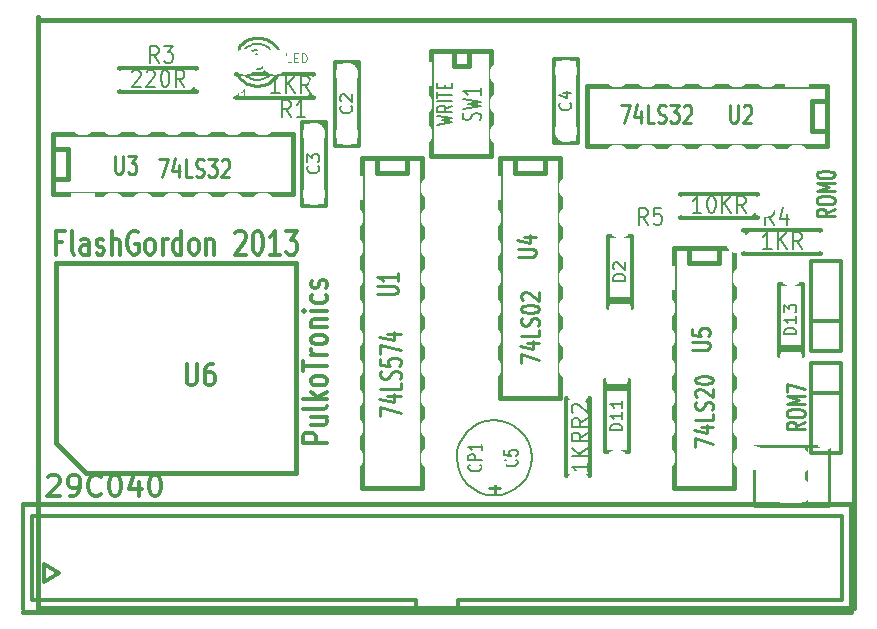
<source format=gto>
G04 (created by PCBNEW-RS274X (2011-07-08 BZR 3044)-stable) date 03/02/2013 11:15:01*
G01*
G70*
G90*
%MOIN*%
G04 Gerber Fmt 3.4, Leading zero omitted, Abs format*
%FSLAX34Y34*%
G04 APERTURE LIST*
%ADD10C,0.006000*%
%ADD11C,0.015000*%
%ADD12C,0.012000*%
%ADD13C,0.010000*%
%ADD14C,0.005000*%
%ADD15C,0.008000*%
%ADD16C,0.011300*%
%ADD17C,0.003500*%
%ADD18C,0.075000*%
%ADD19R,0.082000X0.110000*%
%ADD20O,0.082000X0.110000*%
%ADD21R,0.075000X0.075000*%
%ADD22R,0.110000X0.082000*%
%ADD23O,0.110000X0.082000*%
%ADD24O,0.138700X0.079300*%
%ADD25C,0.086000*%
%ADD26R,0.080000X0.080000*%
%ADD27C,0.080000*%
G04 APERTURE END LIST*
G54D10*
G54D11*
X07000Y-08100D02*
X07000Y-08000D01*
X34200Y-08100D02*
X07000Y-08100D01*
X34200Y-27700D02*
X34200Y-08100D01*
X07000Y-27700D02*
X34200Y-27700D01*
X07000Y-08100D02*
X07000Y-27700D01*
G54D12*
X16624Y-22200D02*
X15824Y-22200D01*
X15824Y-21972D01*
X15862Y-21914D01*
X15900Y-21886D01*
X15976Y-21857D01*
X16090Y-21857D01*
X16167Y-21886D01*
X16205Y-21914D01*
X16243Y-21972D01*
X16243Y-22200D01*
X16090Y-21343D02*
X16624Y-21343D01*
X16090Y-21600D02*
X16510Y-21600D01*
X16586Y-21572D01*
X16624Y-21514D01*
X16624Y-21429D01*
X16586Y-21372D01*
X16548Y-21343D01*
X16624Y-20971D02*
X16586Y-21029D01*
X16510Y-21057D01*
X15824Y-21057D01*
X16624Y-20743D02*
X15824Y-20743D01*
X16319Y-20686D02*
X16624Y-20515D01*
X16090Y-20515D02*
X16395Y-20743D01*
X16624Y-20171D02*
X16586Y-20229D01*
X16548Y-20257D01*
X16471Y-20286D01*
X16243Y-20286D01*
X16167Y-20257D01*
X16129Y-20229D01*
X16090Y-20171D01*
X16090Y-20086D01*
X16129Y-20029D01*
X16167Y-20000D01*
X16243Y-19971D01*
X16471Y-19971D01*
X16548Y-20000D01*
X16586Y-20029D01*
X16624Y-20086D01*
X16624Y-20171D01*
X15824Y-19800D02*
X15824Y-19457D01*
X16624Y-19628D02*
X15824Y-19628D01*
X16624Y-19257D02*
X16090Y-19257D01*
X16243Y-19257D02*
X16167Y-19229D01*
X16129Y-19200D01*
X16090Y-19143D01*
X16090Y-19086D01*
X16624Y-18800D02*
X16586Y-18858D01*
X16548Y-18886D01*
X16471Y-18915D01*
X16243Y-18915D01*
X16167Y-18886D01*
X16129Y-18858D01*
X16090Y-18800D01*
X16090Y-18715D01*
X16129Y-18658D01*
X16167Y-18629D01*
X16243Y-18600D01*
X16471Y-18600D01*
X16548Y-18629D01*
X16586Y-18658D01*
X16624Y-18715D01*
X16624Y-18800D01*
X16090Y-18343D02*
X16624Y-18343D01*
X16167Y-18343D02*
X16129Y-18315D01*
X16090Y-18257D01*
X16090Y-18172D01*
X16129Y-18115D01*
X16205Y-18086D01*
X16624Y-18086D01*
X16624Y-17800D02*
X16090Y-17800D01*
X15824Y-17800D02*
X15862Y-17829D01*
X15900Y-17800D01*
X15862Y-17772D01*
X15824Y-17800D01*
X15900Y-17800D01*
X16586Y-17257D02*
X16624Y-17314D01*
X16624Y-17428D01*
X16586Y-17486D01*
X16548Y-17514D01*
X16471Y-17543D01*
X16243Y-17543D01*
X16167Y-17514D01*
X16129Y-17486D01*
X16090Y-17428D01*
X16090Y-17314D01*
X16129Y-17257D01*
X16586Y-17029D02*
X16624Y-16972D01*
X16624Y-16857D01*
X16586Y-16800D01*
X16510Y-16772D01*
X16471Y-16772D01*
X16395Y-16800D01*
X16357Y-16857D01*
X16357Y-16943D01*
X16319Y-17000D01*
X16243Y-17029D01*
X16205Y-17029D01*
X16129Y-17000D01*
X16090Y-16943D01*
X16090Y-16857D01*
X16129Y-16800D01*
X07801Y-15505D02*
X07601Y-15505D01*
X07601Y-15924D02*
X07601Y-15124D01*
X07887Y-15124D01*
X08201Y-15924D02*
X08143Y-15886D01*
X08115Y-15810D01*
X08115Y-15124D01*
X08686Y-15924D02*
X08686Y-15505D01*
X08657Y-15429D01*
X08600Y-15390D01*
X08486Y-15390D01*
X08429Y-15429D01*
X08686Y-15886D02*
X08629Y-15924D01*
X08486Y-15924D01*
X08429Y-15886D01*
X08400Y-15810D01*
X08400Y-15733D01*
X08429Y-15657D01*
X08486Y-15619D01*
X08629Y-15619D01*
X08686Y-15581D01*
X08943Y-15886D02*
X09000Y-15924D01*
X09115Y-15924D01*
X09172Y-15886D01*
X09200Y-15810D01*
X09200Y-15771D01*
X09172Y-15695D01*
X09115Y-15657D01*
X09029Y-15657D01*
X08972Y-15619D01*
X08943Y-15543D01*
X08943Y-15505D01*
X08972Y-15429D01*
X09029Y-15390D01*
X09115Y-15390D01*
X09172Y-15429D01*
X09458Y-15924D02*
X09458Y-15124D01*
X09715Y-15924D02*
X09715Y-15505D01*
X09686Y-15429D01*
X09629Y-15390D01*
X09544Y-15390D01*
X09486Y-15429D01*
X09458Y-15467D01*
X10315Y-15162D02*
X10258Y-15124D01*
X10172Y-15124D01*
X10087Y-15162D01*
X10029Y-15238D01*
X10001Y-15314D01*
X09972Y-15467D01*
X09972Y-15581D01*
X10001Y-15733D01*
X10029Y-15810D01*
X10087Y-15886D01*
X10172Y-15924D01*
X10229Y-15924D01*
X10315Y-15886D01*
X10344Y-15848D01*
X10344Y-15581D01*
X10229Y-15581D01*
X10687Y-15924D02*
X10629Y-15886D01*
X10601Y-15848D01*
X10572Y-15771D01*
X10572Y-15543D01*
X10601Y-15467D01*
X10629Y-15429D01*
X10687Y-15390D01*
X10772Y-15390D01*
X10829Y-15429D01*
X10858Y-15467D01*
X10887Y-15543D01*
X10887Y-15771D01*
X10858Y-15848D01*
X10829Y-15886D01*
X10772Y-15924D01*
X10687Y-15924D01*
X11144Y-15924D02*
X11144Y-15390D01*
X11144Y-15543D02*
X11172Y-15467D01*
X11201Y-15429D01*
X11258Y-15390D01*
X11315Y-15390D01*
X11772Y-15924D02*
X11772Y-15124D01*
X11772Y-15886D02*
X11715Y-15924D01*
X11601Y-15924D01*
X11543Y-15886D01*
X11515Y-15848D01*
X11486Y-15771D01*
X11486Y-15543D01*
X11515Y-15467D01*
X11543Y-15429D01*
X11601Y-15390D01*
X11715Y-15390D01*
X11772Y-15429D01*
X12144Y-15924D02*
X12086Y-15886D01*
X12058Y-15848D01*
X12029Y-15771D01*
X12029Y-15543D01*
X12058Y-15467D01*
X12086Y-15429D01*
X12144Y-15390D01*
X12229Y-15390D01*
X12286Y-15429D01*
X12315Y-15467D01*
X12344Y-15543D01*
X12344Y-15771D01*
X12315Y-15848D01*
X12286Y-15886D01*
X12229Y-15924D01*
X12144Y-15924D01*
X12601Y-15390D02*
X12601Y-15924D01*
X12601Y-15467D02*
X12629Y-15429D01*
X12687Y-15390D01*
X12772Y-15390D01*
X12829Y-15429D01*
X12858Y-15505D01*
X12858Y-15924D01*
X13572Y-15200D02*
X13601Y-15162D01*
X13658Y-15124D01*
X13801Y-15124D01*
X13858Y-15162D01*
X13887Y-15200D01*
X13915Y-15276D01*
X13915Y-15352D01*
X13887Y-15467D01*
X13544Y-15924D01*
X13915Y-15924D01*
X14286Y-15124D02*
X14343Y-15124D01*
X14400Y-15162D01*
X14429Y-15200D01*
X14458Y-15276D01*
X14486Y-15429D01*
X14486Y-15619D01*
X14458Y-15771D01*
X14429Y-15848D01*
X14400Y-15886D01*
X14343Y-15924D01*
X14286Y-15924D01*
X14229Y-15886D01*
X14200Y-15848D01*
X14172Y-15771D01*
X14143Y-15619D01*
X14143Y-15429D01*
X14172Y-15276D01*
X14200Y-15200D01*
X14229Y-15162D01*
X14286Y-15124D01*
X15057Y-15924D02*
X14714Y-15924D01*
X14886Y-15924D02*
X14886Y-15124D01*
X14829Y-15238D01*
X14771Y-15314D01*
X14714Y-15352D01*
X15257Y-15124D02*
X15628Y-15124D01*
X15428Y-15429D01*
X15514Y-15429D01*
X15571Y-15467D01*
X15600Y-15505D01*
X15628Y-15581D01*
X15628Y-15771D01*
X15600Y-15848D01*
X15571Y-15886D01*
X15514Y-15924D01*
X15342Y-15924D01*
X15285Y-15886D01*
X15257Y-15848D01*
X16600Y-11500D02*
X16600Y-14300D01*
X16600Y-14300D02*
X15800Y-14300D01*
X15800Y-14300D02*
X15800Y-11500D01*
X15800Y-11500D02*
X16600Y-11500D01*
X16400Y-11500D02*
X16600Y-11700D01*
X17700Y-09500D02*
X17700Y-12300D01*
X17700Y-12300D02*
X16900Y-12300D01*
X16900Y-12300D02*
X16900Y-09500D01*
X16900Y-09500D02*
X17700Y-09500D01*
X17500Y-09500D02*
X17700Y-09700D01*
X24200Y-12200D02*
X24200Y-09400D01*
X24200Y-09400D02*
X25000Y-09400D01*
X25000Y-09400D02*
X25000Y-12200D01*
X25000Y-12200D02*
X24200Y-12200D01*
X24400Y-12200D02*
X24200Y-12000D01*
G54D11*
X07500Y-11900D02*
X15500Y-11900D01*
X15500Y-13900D02*
X07500Y-13900D01*
X07500Y-13900D02*
X07500Y-11900D01*
X07500Y-12400D02*
X08000Y-12400D01*
X08000Y-12400D02*
X08000Y-13400D01*
X08000Y-13400D02*
X07500Y-13400D01*
X15500Y-11900D02*
X15500Y-13900D01*
G54D12*
X25000Y-20500D02*
X25000Y-20700D01*
X25000Y-23500D02*
X25000Y-23300D01*
X25000Y-23300D02*
X25400Y-23300D01*
X25400Y-23300D02*
X25400Y-20700D01*
X25400Y-20700D02*
X24600Y-20700D01*
X24600Y-20700D02*
X24600Y-23300D01*
X24600Y-23300D02*
X25000Y-23300D01*
X25200Y-20700D02*
X25400Y-20900D01*
X32750Y-19550D02*
X33750Y-19550D01*
X33750Y-19550D02*
X33750Y-22550D01*
X33750Y-22550D02*
X32750Y-22550D01*
X32750Y-22550D02*
X32750Y-19550D01*
X33750Y-20550D02*
X32750Y-20550D01*
X33750Y-19150D02*
X32750Y-19150D01*
X32750Y-19150D02*
X32750Y-16150D01*
X32750Y-16150D02*
X33750Y-16150D01*
X33750Y-16150D02*
X33750Y-19150D01*
X32750Y-18150D02*
X33750Y-18150D01*
X16400Y-10300D02*
X16200Y-10300D01*
X13400Y-10300D02*
X13600Y-10300D01*
X13600Y-10300D02*
X13600Y-10700D01*
X13600Y-10700D02*
X16200Y-10700D01*
X16200Y-10700D02*
X16200Y-09900D01*
X16200Y-09900D02*
X13600Y-09900D01*
X13600Y-09900D02*
X13600Y-10300D01*
X16200Y-10500D02*
X16000Y-10700D01*
X12500Y-10100D02*
X12300Y-10100D01*
X09500Y-10100D02*
X09700Y-10100D01*
X09700Y-10100D02*
X09700Y-10500D01*
X09700Y-10500D02*
X12300Y-10500D01*
X12300Y-10500D02*
X12300Y-09700D01*
X12300Y-09700D02*
X09700Y-09700D01*
X09700Y-09700D02*
X09700Y-10100D01*
X12300Y-10300D02*
X12100Y-10500D01*
X30300Y-15500D02*
X30500Y-15500D01*
X33300Y-15500D02*
X33100Y-15500D01*
X33100Y-15500D02*
X33100Y-15100D01*
X33100Y-15100D02*
X30500Y-15100D01*
X30500Y-15100D02*
X30500Y-15900D01*
X30500Y-15900D02*
X33100Y-15900D01*
X33100Y-15900D02*
X33100Y-15500D01*
X30500Y-15300D02*
X30700Y-15100D01*
G54D11*
X22100Y-09150D02*
X22100Y-12650D01*
X22100Y-12650D02*
X20100Y-12650D01*
X20100Y-12650D02*
X20100Y-09150D01*
X20100Y-09150D02*
X22100Y-09150D01*
X21350Y-09150D02*
X21350Y-09650D01*
X21350Y-09650D02*
X20850Y-09650D01*
X20850Y-09650D02*
X20850Y-09150D01*
X30200Y-15700D02*
X30200Y-23700D01*
X28200Y-23700D02*
X28200Y-15700D01*
X28200Y-15700D02*
X30200Y-15700D01*
X29700Y-15700D02*
X29700Y-16200D01*
X29700Y-16200D02*
X28700Y-16200D01*
X28700Y-16200D02*
X28700Y-15700D01*
X30200Y-23700D02*
X28200Y-23700D01*
X08600Y-23200D02*
X15600Y-23200D01*
X07600Y-16200D02*
X15600Y-16200D01*
X15600Y-23200D02*
X15600Y-16200D01*
X07600Y-22200D02*
X08600Y-23200D01*
X07600Y-16200D02*
X07600Y-22200D01*
X33300Y-12300D02*
X25300Y-12300D01*
X25300Y-10300D02*
X33300Y-10300D01*
X33300Y-10300D02*
X33300Y-12300D01*
X33300Y-11800D02*
X32800Y-11800D01*
X32800Y-11800D02*
X32800Y-10800D01*
X32800Y-10800D02*
X33300Y-10800D01*
X25300Y-12300D02*
X25300Y-10300D01*
X24400Y-12700D02*
X24400Y-20700D01*
X22400Y-20700D02*
X22400Y-12700D01*
X22400Y-12700D02*
X24400Y-12700D01*
X23900Y-12700D02*
X23900Y-13200D01*
X23900Y-13200D02*
X22900Y-13200D01*
X22900Y-13200D02*
X22900Y-12700D01*
X24400Y-20700D02*
X22400Y-20700D01*
X19300Y-12700D02*
X19300Y-13200D01*
X19300Y-13200D02*
X18300Y-13200D01*
X18300Y-13200D02*
X18300Y-12700D01*
X19800Y-12700D02*
X19800Y-23700D01*
X19800Y-23700D02*
X17800Y-23700D01*
X17800Y-23700D02*
X17800Y-12700D01*
X17800Y-12700D02*
X19800Y-12700D01*
G54D13*
X32600Y-24300D02*
X32600Y-22300D01*
X30850Y-24300D02*
X30850Y-22300D01*
X33350Y-22300D02*
X33350Y-24300D01*
X33350Y-22300D02*
X30850Y-22300D01*
X33350Y-24300D02*
X30850Y-24300D01*
X13680Y-09000D02*
X13680Y-10000D01*
G54D10*
X14760Y-09884D02*
X14792Y-09842D01*
X14820Y-09798D01*
X14844Y-09751D01*
X14864Y-09703D01*
X14880Y-09653D01*
X14891Y-09602D01*
X14897Y-09550D01*
X14900Y-09500D01*
X14899Y-09500D02*
X14896Y-09448D01*
X14889Y-09396D01*
X14878Y-09345D01*
X14862Y-09296D01*
X14842Y-09247D01*
X14818Y-09201D01*
X14790Y-09157D01*
X14758Y-09115D01*
X14747Y-09103D01*
X13701Y-09500D02*
X13704Y-09552D01*
X13711Y-09604D01*
X13722Y-09655D01*
X13738Y-09704D01*
X13758Y-09753D01*
X13782Y-09799D01*
X13810Y-09843D01*
X13842Y-09885D01*
X13846Y-09889D01*
X13840Y-09116D02*
X13808Y-09158D01*
X13780Y-09202D01*
X13756Y-09249D01*
X13736Y-09297D01*
X13720Y-09347D01*
X13709Y-09398D01*
X13703Y-09450D01*
X13700Y-09500D01*
X13813Y-09849D02*
X13845Y-09890D01*
X13881Y-09928D01*
X13920Y-09963D01*
X13962Y-09995D01*
X14006Y-10022D01*
X14053Y-10046D01*
X14101Y-10065D01*
X14151Y-10081D01*
X14203Y-10091D01*
X14254Y-10098D01*
X14300Y-10100D01*
X14300Y-10100D02*
X14352Y-10097D01*
X14404Y-10090D01*
X14455Y-10079D01*
X14505Y-10063D01*
X14553Y-10043D01*
X14600Y-10019D01*
X14644Y-09991D01*
X14685Y-09959D01*
X14724Y-09924D01*
X14759Y-09885D01*
X14779Y-09860D01*
X14300Y-08901D02*
X14248Y-08904D01*
X14196Y-08911D01*
X14145Y-08922D01*
X14096Y-08938D01*
X14047Y-08958D01*
X14001Y-08982D01*
X13957Y-09010D01*
X13915Y-09042D01*
X13877Y-09077D01*
X13842Y-09115D01*
X13828Y-09133D01*
X14773Y-09132D02*
X14739Y-09092D01*
X14702Y-09055D01*
X14661Y-09022D01*
X14618Y-08992D01*
X14573Y-08966D01*
X14525Y-08945D01*
X14476Y-08927D01*
X14425Y-08914D01*
X14374Y-08905D01*
X14321Y-08901D01*
X14300Y-08900D01*
X14300Y-09750D02*
X14321Y-09749D01*
X14343Y-09746D01*
X14364Y-09741D01*
X14385Y-09734D01*
X14405Y-09726D01*
X14425Y-09716D01*
X14443Y-09704D01*
X14460Y-09691D01*
X14476Y-09676D01*
X14491Y-09660D01*
X14504Y-09643D01*
X14516Y-09624D01*
X14526Y-09605D01*
X14534Y-09585D01*
X14541Y-09564D01*
X14546Y-09543D01*
X14549Y-09521D01*
X14550Y-09500D01*
X14300Y-09900D02*
X14334Y-09898D01*
X14369Y-09893D01*
X14403Y-09886D01*
X14436Y-09875D01*
X14469Y-09862D01*
X14500Y-09846D01*
X14529Y-09827D01*
X14557Y-09806D01*
X14582Y-09782D01*
X14606Y-09757D01*
X14627Y-09729D01*
X14646Y-09699D01*
X14662Y-09669D01*
X14675Y-09636D01*
X14686Y-09603D01*
X14693Y-09569D01*
X14698Y-09534D01*
X14700Y-09500D01*
X14300Y-09250D02*
X14279Y-09251D01*
X14257Y-09254D01*
X14236Y-09259D01*
X14215Y-09266D01*
X14195Y-09274D01*
X14176Y-09284D01*
X14157Y-09296D01*
X14140Y-09309D01*
X14124Y-09324D01*
X14109Y-09340D01*
X14096Y-09357D01*
X14084Y-09376D01*
X14074Y-09395D01*
X14066Y-09415D01*
X14059Y-09436D01*
X14054Y-09457D01*
X14051Y-09479D01*
X14050Y-09500D01*
X14300Y-09100D02*
X14266Y-09102D01*
X14231Y-09107D01*
X14197Y-09114D01*
X14164Y-09125D01*
X14131Y-09138D01*
X14101Y-09154D01*
X14071Y-09173D01*
X14043Y-09194D01*
X14018Y-09218D01*
X13994Y-09243D01*
X13973Y-09271D01*
X13954Y-09301D01*
X13938Y-09331D01*
X13925Y-09364D01*
X13914Y-09397D01*
X13907Y-09431D01*
X13902Y-09466D01*
X13900Y-09500D01*
G54D13*
X13687Y-10013D02*
X13734Y-10064D01*
X13785Y-10111D01*
X13840Y-10154D01*
X13899Y-10192D01*
X13961Y-10224D01*
X14026Y-10251D01*
X14092Y-10272D01*
X14160Y-10287D01*
X14229Y-10296D01*
X14299Y-10299D01*
X14300Y-10300D01*
X14300Y-10299D02*
X14369Y-10295D01*
X14438Y-10286D01*
X14506Y-10271D01*
X14573Y-10250D01*
X14637Y-10224D01*
X14699Y-10191D01*
X14758Y-10154D01*
X14813Y-10112D01*
X14864Y-10064D01*
X14912Y-10013D01*
X14954Y-09958D01*
X14991Y-09899D01*
X15004Y-09876D01*
X14299Y-08703D02*
X14230Y-08706D01*
X14161Y-08715D01*
X14093Y-08730D01*
X14026Y-08751D01*
X13962Y-08778D01*
X13900Y-08810D01*
X13842Y-08848D01*
X13786Y-08890D01*
X13735Y-08937D01*
X13691Y-08985D01*
X14994Y-09103D02*
X14956Y-09044D01*
X14914Y-08988D01*
X14867Y-08937D01*
X14816Y-08889D01*
X14761Y-08847D01*
X14702Y-08809D01*
X14640Y-08777D01*
X14576Y-08750D01*
X14509Y-08728D01*
X14441Y-08713D01*
X14372Y-08704D01*
X14302Y-08701D01*
X14300Y-08700D01*
X15004Y-09879D02*
X15034Y-09816D01*
X15059Y-09751D01*
X15078Y-09684D01*
X15091Y-09615D01*
X15098Y-09546D01*
X15100Y-09500D01*
X15099Y-09500D02*
X15095Y-09431D01*
X15086Y-09362D01*
X15071Y-09294D01*
X15050Y-09227D01*
X15024Y-09163D01*
X14991Y-09101D01*
X14980Y-09082D01*
G54D12*
X31200Y-14300D02*
X31000Y-14300D01*
X28200Y-14300D02*
X28400Y-14300D01*
X28400Y-14300D02*
X28400Y-14700D01*
X28400Y-14700D02*
X31000Y-14700D01*
X31000Y-14700D02*
X31000Y-13900D01*
X31000Y-13900D02*
X28400Y-13900D01*
X28400Y-13900D02*
X28400Y-14300D01*
X31000Y-14500D02*
X30800Y-14700D01*
G54D11*
X34094Y-24231D02*
X06494Y-24231D01*
X06494Y-27831D02*
X34094Y-27831D01*
G54D12*
X07694Y-26531D02*
X07194Y-26231D01*
X07194Y-26231D02*
X07194Y-26831D01*
X07194Y-26831D02*
X07694Y-26531D01*
X06494Y-24331D02*
X06494Y-27731D01*
X34094Y-27731D02*
X34094Y-24331D01*
X19594Y-27731D02*
X19594Y-27431D01*
X19594Y-27431D02*
X06794Y-27431D01*
X06794Y-27431D02*
X06794Y-24631D01*
X06794Y-24631D02*
X33794Y-24631D01*
X33794Y-24631D02*
X33794Y-27431D01*
X33794Y-27431D02*
X20994Y-27431D01*
X20994Y-27431D02*
X20994Y-27731D01*
G54D14*
X23450Y-22700D02*
X23426Y-22942D01*
X23355Y-23176D01*
X23241Y-23391D01*
X23086Y-23580D01*
X22898Y-23736D01*
X22684Y-23852D01*
X22451Y-23924D01*
X22208Y-23949D01*
X21966Y-23927D01*
X21732Y-23858D01*
X21516Y-23745D01*
X21326Y-23593D01*
X21169Y-23406D01*
X21052Y-23192D01*
X20978Y-22959D01*
X20951Y-22717D01*
X20971Y-22475D01*
X21038Y-22240D01*
X21150Y-22023D01*
X21301Y-21832D01*
X21487Y-21674D01*
X21700Y-21555D01*
X21932Y-21480D01*
X22174Y-21451D01*
X22417Y-21469D01*
X22652Y-21535D01*
X22869Y-21645D01*
X23062Y-21795D01*
X23221Y-21980D01*
X23341Y-22192D01*
X23418Y-22424D01*
X23449Y-22666D01*
X23450Y-22700D01*
G54D12*
X26300Y-19800D02*
X26300Y-20100D01*
X26300Y-20100D02*
X25900Y-20100D01*
X25900Y-20100D02*
X25900Y-22500D01*
X25900Y-22500D02*
X26300Y-22500D01*
X26300Y-22500D02*
X26300Y-22800D01*
X26300Y-22500D02*
X26700Y-22500D01*
X26700Y-22500D02*
X26700Y-20100D01*
X26700Y-20100D02*
X26300Y-20100D01*
X25900Y-20300D02*
X26700Y-20300D01*
X26700Y-20400D02*
X25900Y-20400D01*
X32100Y-19600D02*
X32100Y-19300D01*
X32100Y-19300D02*
X32500Y-19300D01*
X32500Y-19300D02*
X32500Y-16900D01*
X32500Y-16900D02*
X32100Y-16900D01*
X32100Y-16900D02*
X32100Y-16600D01*
X32100Y-16900D02*
X31700Y-16900D01*
X31700Y-16900D02*
X31700Y-19300D01*
X31700Y-19300D02*
X32100Y-19300D01*
X32500Y-19100D02*
X31700Y-19100D01*
X31700Y-19000D02*
X32500Y-19000D01*
X26400Y-18000D02*
X26400Y-17700D01*
X26400Y-17700D02*
X26800Y-17700D01*
X26800Y-17700D02*
X26800Y-15300D01*
X26800Y-15300D02*
X26400Y-15300D01*
X26400Y-15300D02*
X26400Y-15000D01*
X26400Y-15300D02*
X26000Y-15300D01*
X26000Y-15300D02*
X26000Y-17700D01*
X26000Y-17700D02*
X26400Y-17700D01*
X26800Y-17500D02*
X26000Y-17500D01*
X26000Y-17400D02*
X26800Y-17400D01*
G54D15*
X16324Y-12966D02*
X16343Y-12985D01*
X16362Y-13042D01*
X16362Y-13080D01*
X16343Y-13138D01*
X16305Y-13176D01*
X16267Y-13195D01*
X16190Y-13214D01*
X16133Y-13214D01*
X16057Y-13195D01*
X16019Y-13176D01*
X15981Y-13138D01*
X15962Y-13080D01*
X15962Y-13042D01*
X15981Y-12985D01*
X16000Y-12966D01*
X15962Y-12833D02*
X15962Y-12585D01*
X16114Y-12719D01*
X16114Y-12661D01*
X16133Y-12623D01*
X16152Y-12604D01*
X16190Y-12585D01*
X16286Y-12585D01*
X16324Y-12604D01*
X16343Y-12623D01*
X16362Y-12661D01*
X16362Y-12776D01*
X16343Y-12814D01*
X16324Y-12833D01*
X17424Y-10966D02*
X17443Y-10985D01*
X17462Y-11042D01*
X17462Y-11080D01*
X17443Y-11138D01*
X17405Y-11176D01*
X17367Y-11195D01*
X17290Y-11214D01*
X17233Y-11214D01*
X17157Y-11195D01*
X17119Y-11176D01*
X17081Y-11138D01*
X17062Y-11080D01*
X17062Y-11042D01*
X17081Y-10985D01*
X17100Y-10966D01*
X17100Y-10814D02*
X17081Y-10795D01*
X17062Y-10757D01*
X17062Y-10661D01*
X17081Y-10623D01*
X17100Y-10604D01*
X17138Y-10585D01*
X17176Y-10585D01*
X17233Y-10604D01*
X17462Y-10833D01*
X17462Y-10585D01*
X24724Y-10866D02*
X24743Y-10885D01*
X24762Y-10942D01*
X24762Y-10980D01*
X24743Y-11038D01*
X24705Y-11076D01*
X24667Y-11095D01*
X24590Y-11114D01*
X24533Y-11114D01*
X24457Y-11095D01*
X24419Y-11076D01*
X24381Y-11038D01*
X24362Y-10980D01*
X24362Y-10942D01*
X24381Y-10885D01*
X24400Y-10866D01*
X24495Y-10523D02*
X24762Y-10523D01*
X24343Y-10619D02*
X24629Y-10714D01*
X24629Y-10466D01*
G54D16*
X09557Y-12643D02*
X09557Y-13129D01*
X09579Y-13186D01*
X09600Y-13214D01*
X09643Y-13243D01*
X09729Y-13243D01*
X09771Y-13214D01*
X09793Y-13186D01*
X09814Y-13129D01*
X09814Y-12643D01*
X09985Y-12643D02*
X10264Y-12643D01*
X10114Y-12871D01*
X10178Y-12871D01*
X10221Y-12900D01*
X10242Y-12929D01*
X10264Y-12986D01*
X10264Y-13129D01*
X10242Y-13186D01*
X10221Y-13214D01*
X10178Y-13243D01*
X10050Y-13243D01*
X10007Y-13214D01*
X09985Y-13186D01*
X11010Y-12743D02*
X11310Y-12743D01*
X11117Y-13343D01*
X11675Y-12943D02*
X11675Y-13343D01*
X11568Y-12714D02*
X11461Y-13143D01*
X11739Y-13143D01*
X12125Y-13343D02*
X11911Y-13343D01*
X11911Y-12743D01*
X12254Y-13314D02*
X12318Y-13343D01*
X12425Y-13343D01*
X12468Y-13314D01*
X12489Y-13286D01*
X12511Y-13229D01*
X12511Y-13171D01*
X12489Y-13114D01*
X12468Y-13086D01*
X12425Y-13057D01*
X12339Y-13029D01*
X12297Y-13000D01*
X12275Y-12971D01*
X12254Y-12914D01*
X12254Y-12857D01*
X12275Y-12800D01*
X12297Y-12771D01*
X12339Y-12743D01*
X12447Y-12743D01*
X12511Y-12771D01*
X12661Y-12743D02*
X12940Y-12743D01*
X12790Y-12971D01*
X12854Y-12971D01*
X12897Y-13000D01*
X12918Y-13029D01*
X12940Y-13086D01*
X12940Y-13229D01*
X12918Y-13286D01*
X12897Y-13314D01*
X12854Y-13343D01*
X12726Y-13343D01*
X12683Y-13314D01*
X12661Y-13286D01*
X13112Y-12800D02*
X13133Y-12771D01*
X13176Y-12743D01*
X13283Y-12743D01*
X13326Y-12771D01*
X13347Y-12800D01*
X13369Y-12857D01*
X13369Y-12914D01*
X13347Y-13000D01*
X13090Y-13343D01*
X13369Y-13343D01*
G54D15*
X25323Y-21383D02*
X25061Y-21550D01*
X25323Y-21669D02*
X24773Y-21669D01*
X24773Y-21478D01*
X24799Y-21431D01*
X24825Y-21407D01*
X24877Y-21383D01*
X24956Y-21383D01*
X25008Y-21407D01*
X25035Y-21431D01*
X25061Y-21478D01*
X25061Y-21669D01*
X24825Y-21193D02*
X24799Y-21169D01*
X24773Y-21121D01*
X24773Y-21002D01*
X24799Y-20955D01*
X24825Y-20931D01*
X24877Y-20907D01*
X24930Y-20907D01*
X25008Y-20931D01*
X25323Y-21217D01*
X25323Y-20907D01*
X25323Y-22857D02*
X25323Y-23143D01*
X25323Y-23000D02*
X24773Y-23000D01*
X24851Y-23048D01*
X24904Y-23095D01*
X24930Y-23143D01*
X25323Y-22643D02*
X24773Y-22643D01*
X25323Y-22357D02*
X25008Y-22572D01*
X24773Y-22357D02*
X25087Y-22643D01*
X25323Y-21857D02*
X25061Y-22024D01*
X25323Y-22143D02*
X24773Y-22143D01*
X24773Y-21952D01*
X24799Y-21905D01*
X24825Y-21881D01*
X24877Y-21857D01*
X24956Y-21857D01*
X25008Y-21881D01*
X25035Y-21905D01*
X25061Y-21952D01*
X25061Y-22143D01*
G54D13*
X32543Y-21504D02*
X32257Y-21638D01*
X32543Y-21733D02*
X31943Y-21733D01*
X31943Y-21580D01*
X31971Y-21542D01*
X32000Y-21523D01*
X32057Y-21504D01*
X32143Y-21504D01*
X32200Y-21523D01*
X32229Y-21542D01*
X32257Y-21580D01*
X32257Y-21733D01*
X31943Y-21257D02*
X31943Y-21180D01*
X31971Y-21142D01*
X32029Y-21104D01*
X32143Y-21085D01*
X32343Y-21085D01*
X32457Y-21104D01*
X32514Y-21142D01*
X32543Y-21180D01*
X32543Y-21257D01*
X32514Y-21295D01*
X32457Y-21333D01*
X32343Y-21352D01*
X32143Y-21352D01*
X32029Y-21333D01*
X31971Y-21295D01*
X31943Y-21257D01*
X32543Y-20914D02*
X31943Y-20914D01*
X32371Y-20780D01*
X31943Y-20647D01*
X32543Y-20647D01*
X31943Y-20495D02*
X31943Y-20228D01*
X32543Y-20400D01*
X33543Y-14404D02*
X33257Y-14538D01*
X33543Y-14633D02*
X32943Y-14633D01*
X32943Y-14480D01*
X32971Y-14442D01*
X33000Y-14423D01*
X33057Y-14404D01*
X33143Y-14404D01*
X33200Y-14423D01*
X33229Y-14442D01*
X33257Y-14480D01*
X33257Y-14633D01*
X32943Y-14157D02*
X32943Y-14080D01*
X32971Y-14042D01*
X33029Y-14004D01*
X33143Y-13985D01*
X33343Y-13985D01*
X33457Y-14004D01*
X33514Y-14042D01*
X33543Y-14080D01*
X33543Y-14157D01*
X33514Y-14195D01*
X33457Y-14233D01*
X33343Y-14252D01*
X33143Y-14252D01*
X33029Y-14233D01*
X32971Y-14195D01*
X32943Y-14157D01*
X33543Y-13814D02*
X32943Y-13814D01*
X33371Y-13680D01*
X32943Y-13547D01*
X33543Y-13547D01*
X32943Y-13281D02*
X32943Y-13242D01*
X32971Y-13204D01*
X33000Y-13185D01*
X33057Y-13166D01*
X33171Y-13147D01*
X33314Y-13147D01*
X33429Y-13166D01*
X33486Y-13185D01*
X33514Y-13204D01*
X33543Y-13242D01*
X33543Y-13281D01*
X33514Y-13319D01*
X33486Y-13338D01*
X33429Y-13357D01*
X33314Y-13376D01*
X33171Y-13376D01*
X33057Y-13357D01*
X33000Y-13338D01*
X32971Y-13319D01*
X32943Y-13281D01*
G54D15*
X15417Y-11323D02*
X15250Y-11061D01*
X15131Y-11323D02*
X15131Y-10773D01*
X15322Y-10773D01*
X15369Y-10799D01*
X15393Y-10825D01*
X15417Y-10877D01*
X15417Y-10956D01*
X15393Y-11008D01*
X15369Y-11035D01*
X15322Y-11061D01*
X15131Y-11061D01*
X15893Y-11323D02*
X15607Y-11323D01*
X15750Y-11323D02*
X15750Y-10773D01*
X15702Y-10851D01*
X15655Y-10904D01*
X15607Y-10930D01*
X15043Y-10523D02*
X14757Y-10523D01*
X14900Y-10523D02*
X14900Y-09973D01*
X14852Y-10051D01*
X14805Y-10104D01*
X14757Y-10130D01*
X15257Y-10523D02*
X15257Y-09973D01*
X15543Y-10523D02*
X15328Y-10208D01*
X15543Y-09973D02*
X15257Y-10287D01*
X16043Y-10523D02*
X15876Y-10261D01*
X15757Y-10523D02*
X15757Y-09973D01*
X15948Y-09973D01*
X15995Y-09999D01*
X16019Y-10025D01*
X16043Y-10077D01*
X16043Y-10156D01*
X16019Y-10208D01*
X15995Y-10235D01*
X15948Y-10261D01*
X15757Y-10261D01*
X11017Y-09523D02*
X10850Y-09261D01*
X10731Y-09523D02*
X10731Y-08973D01*
X10922Y-08973D01*
X10969Y-08999D01*
X10993Y-09025D01*
X11017Y-09077D01*
X11017Y-09156D01*
X10993Y-09208D01*
X10969Y-09235D01*
X10922Y-09261D01*
X10731Y-09261D01*
X11183Y-08973D02*
X11493Y-08973D01*
X11326Y-09182D01*
X11398Y-09182D01*
X11445Y-09208D01*
X11469Y-09235D01*
X11493Y-09287D01*
X11493Y-09418D01*
X11469Y-09470D01*
X11445Y-09496D01*
X11398Y-09523D01*
X11255Y-09523D01*
X11207Y-09496D01*
X11183Y-09470D01*
X10131Y-09825D02*
X10155Y-09799D01*
X10203Y-09773D01*
X10322Y-09773D01*
X10369Y-09799D01*
X10393Y-09825D01*
X10417Y-09877D01*
X10417Y-09930D01*
X10393Y-10008D01*
X10107Y-10323D01*
X10417Y-10323D01*
X10607Y-09825D02*
X10631Y-09799D01*
X10679Y-09773D01*
X10798Y-09773D01*
X10845Y-09799D01*
X10869Y-09825D01*
X10893Y-09877D01*
X10893Y-09930D01*
X10869Y-10008D01*
X10583Y-10323D01*
X10893Y-10323D01*
X11202Y-09773D02*
X11250Y-09773D01*
X11298Y-09799D01*
X11321Y-09825D01*
X11345Y-09877D01*
X11369Y-09982D01*
X11369Y-10113D01*
X11345Y-10218D01*
X11321Y-10270D01*
X11298Y-10296D01*
X11250Y-10323D01*
X11202Y-10323D01*
X11155Y-10296D01*
X11131Y-10270D01*
X11107Y-10218D01*
X11083Y-10113D01*
X11083Y-09982D01*
X11107Y-09877D01*
X11131Y-09825D01*
X11155Y-09799D01*
X11202Y-09773D01*
X11869Y-10323D02*
X11702Y-10061D01*
X11583Y-10323D02*
X11583Y-09773D01*
X11774Y-09773D01*
X11821Y-09799D01*
X11845Y-09825D01*
X11869Y-09877D01*
X11869Y-09956D01*
X11845Y-10008D01*
X11821Y-10035D01*
X11774Y-10061D01*
X11583Y-10061D01*
X31517Y-14923D02*
X31350Y-14661D01*
X31231Y-14923D02*
X31231Y-14373D01*
X31422Y-14373D01*
X31469Y-14399D01*
X31493Y-14425D01*
X31517Y-14477D01*
X31517Y-14556D01*
X31493Y-14608D01*
X31469Y-14635D01*
X31422Y-14661D01*
X31231Y-14661D01*
X31945Y-14556D02*
X31945Y-14923D01*
X31826Y-14346D02*
X31707Y-14739D01*
X32017Y-14739D01*
X31443Y-15723D02*
X31157Y-15723D01*
X31300Y-15723D02*
X31300Y-15173D01*
X31252Y-15251D01*
X31205Y-15304D01*
X31157Y-15330D01*
X31657Y-15723D02*
X31657Y-15173D01*
X31943Y-15723D02*
X31728Y-15408D01*
X31943Y-15173D02*
X31657Y-15487D01*
X32443Y-15723D02*
X32276Y-15461D01*
X32157Y-15723D02*
X32157Y-15173D01*
X32348Y-15173D01*
X32395Y-15199D01*
X32419Y-15225D01*
X32443Y-15277D01*
X32443Y-15356D01*
X32419Y-15408D01*
X32395Y-15435D01*
X32348Y-15461D01*
X32157Y-15461D01*
G54D10*
X21714Y-11433D02*
X21743Y-11376D01*
X21743Y-11280D01*
X21714Y-11242D01*
X21686Y-11223D01*
X21629Y-11204D01*
X21571Y-11204D01*
X21514Y-11223D01*
X21486Y-11242D01*
X21457Y-11280D01*
X21429Y-11357D01*
X21400Y-11395D01*
X21371Y-11414D01*
X21314Y-11433D01*
X21257Y-11433D01*
X21200Y-11414D01*
X21171Y-11395D01*
X21143Y-11357D01*
X21143Y-11261D01*
X21171Y-11204D01*
X21143Y-11071D02*
X21743Y-10976D01*
X21314Y-10899D01*
X21743Y-10823D01*
X21143Y-10728D01*
X21743Y-10366D02*
X21743Y-10595D01*
X21743Y-10481D02*
X21143Y-10481D01*
X21229Y-10519D01*
X21286Y-10557D01*
X21314Y-10595D01*
X20302Y-11600D02*
X20802Y-11517D01*
X20445Y-11450D01*
X20802Y-11383D01*
X20302Y-11300D01*
X20802Y-10967D02*
X20564Y-11083D01*
X20802Y-11167D02*
X20302Y-11167D01*
X20302Y-11033D01*
X20326Y-11000D01*
X20350Y-10983D01*
X20398Y-10967D01*
X20469Y-10967D01*
X20517Y-10983D01*
X20540Y-11000D01*
X20564Y-11033D01*
X20564Y-11167D01*
X20802Y-10817D02*
X20302Y-10817D01*
X20302Y-10700D02*
X20302Y-10500D01*
X20802Y-10600D02*
X20302Y-10600D01*
X20540Y-10383D02*
X20540Y-10266D01*
X20802Y-10216D02*
X20802Y-10383D01*
X20302Y-10383D01*
X20302Y-10216D01*
G54D16*
X28793Y-19093D02*
X29279Y-19093D01*
X29336Y-19071D01*
X29364Y-19050D01*
X29393Y-19007D01*
X29393Y-18921D01*
X29364Y-18879D01*
X29336Y-18857D01*
X29279Y-18836D01*
X28793Y-18836D01*
X28793Y-18408D02*
X28793Y-18622D01*
X29079Y-18643D01*
X29050Y-18622D01*
X29021Y-18579D01*
X29021Y-18472D01*
X29050Y-18429D01*
X29079Y-18408D01*
X29136Y-18386D01*
X29279Y-18386D01*
X29336Y-18408D01*
X29364Y-18429D01*
X29393Y-18472D01*
X29393Y-18579D01*
X29364Y-18622D01*
X29336Y-18643D01*
X28893Y-22340D02*
X28893Y-22040D01*
X29493Y-22233D01*
X29093Y-21675D02*
X29493Y-21675D01*
X28864Y-21782D02*
X29293Y-21889D01*
X29293Y-21611D01*
X29493Y-21225D02*
X29493Y-21439D01*
X28893Y-21439D01*
X29464Y-21096D02*
X29493Y-21032D01*
X29493Y-20925D01*
X29464Y-20882D01*
X29436Y-20861D01*
X29379Y-20839D01*
X29321Y-20839D01*
X29264Y-20861D01*
X29236Y-20882D01*
X29207Y-20925D01*
X29179Y-21011D01*
X29150Y-21053D01*
X29121Y-21075D01*
X29064Y-21096D01*
X29007Y-21096D01*
X28950Y-21075D01*
X28921Y-21053D01*
X28893Y-21011D01*
X28893Y-20903D01*
X28921Y-20839D01*
X28950Y-20667D02*
X28921Y-20646D01*
X28893Y-20603D01*
X28893Y-20496D01*
X28921Y-20453D01*
X28950Y-20432D01*
X29007Y-20410D01*
X29064Y-20410D01*
X29150Y-20432D01*
X29493Y-20689D01*
X29493Y-20410D01*
X28893Y-20131D02*
X28893Y-20088D01*
X28921Y-20045D01*
X28950Y-20024D01*
X29007Y-20003D01*
X29121Y-19981D01*
X29264Y-19981D01*
X29379Y-20003D01*
X29436Y-20024D01*
X29464Y-20045D01*
X29493Y-20088D01*
X29493Y-20131D01*
X29464Y-20174D01*
X29436Y-20195D01*
X29379Y-20217D01*
X29264Y-20238D01*
X29121Y-20238D01*
X29007Y-20217D01*
X28950Y-20195D01*
X28921Y-20174D01*
X28893Y-20131D01*
G54D12*
X11943Y-19583D02*
X11943Y-20150D01*
X11971Y-20217D01*
X12000Y-20250D01*
X12057Y-20283D01*
X12171Y-20283D01*
X12229Y-20250D01*
X12257Y-20217D01*
X12286Y-20150D01*
X12286Y-19583D01*
X12829Y-19583D02*
X12715Y-19583D01*
X12658Y-19617D01*
X12629Y-19650D01*
X12572Y-19750D01*
X12543Y-19883D01*
X12543Y-20150D01*
X12572Y-20217D01*
X12600Y-20250D01*
X12658Y-20283D01*
X12772Y-20283D01*
X12829Y-20250D01*
X12858Y-20217D01*
X12886Y-20150D01*
X12886Y-19983D01*
X12858Y-19917D01*
X12829Y-19883D01*
X12772Y-19850D01*
X12658Y-19850D01*
X12600Y-19883D01*
X12572Y-19917D01*
X12543Y-19983D01*
X07316Y-23350D02*
X07350Y-23317D01*
X07416Y-23283D01*
X07583Y-23283D01*
X07650Y-23317D01*
X07683Y-23350D01*
X07716Y-23417D01*
X07716Y-23483D01*
X07683Y-23583D01*
X07283Y-23983D01*
X07716Y-23983D01*
X08050Y-23983D02*
X08183Y-23983D01*
X08250Y-23950D01*
X08283Y-23917D01*
X08350Y-23817D01*
X08383Y-23683D01*
X08383Y-23417D01*
X08350Y-23350D01*
X08317Y-23317D01*
X08250Y-23283D01*
X08117Y-23283D01*
X08050Y-23317D01*
X08017Y-23350D01*
X07983Y-23417D01*
X07983Y-23583D01*
X08017Y-23650D01*
X08050Y-23683D01*
X08117Y-23717D01*
X08250Y-23717D01*
X08317Y-23683D01*
X08350Y-23650D01*
X08383Y-23583D01*
X09084Y-23917D02*
X09050Y-23950D01*
X08950Y-23983D01*
X08884Y-23983D01*
X08784Y-23950D01*
X08717Y-23883D01*
X08684Y-23817D01*
X08650Y-23683D01*
X08650Y-23583D01*
X08684Y-23450D01*
X08717Y-23383D01*
X08784Y-23317D01*
X08884Y-23283D01*
X08950Y-23283D01*
X09050Y-23317D01*
X09084Y-23350D01*
X09517Y-23283D02*
X09584Y-23283D01*
X09650Y-23317D01*
X09684Y-23350D01*
X09717Y-23417D01*
X09750Y-23550D01*
X09750Y-23717D01*
X09717Y-23850D01*
X09684Y-23917D01*
X09650Y-23950D01*
X09584Y-23983D01*
X09517Y-23983D01*
X09450Y-23950D01*
X09417Y-23917D01*
X09384Y-23850D01*
X09350Y-23717D01*
X09350Y-23550D01*
X09384Y-23417D01*
X09417Y-23350D01*
X09450Y-23317D01*
X09517Y-23283D01*
X10351Y-23517D02*
X10351Y-23983D01*
X10184Y-23250D02*
X10017Y-23750D01*
X10451Y-23750D01*
X10851Y-23283D02*
X10918Y-23283D01*
X10984Y-23317D01*
X11018Y-23350D01*
X11051Y-23417D01*
X11084Y-23550D01*
X11084Y-23717D01*
X11051Y-23850D01*
X11018Y-23917D01*
X10984Y-23950D01*
X10918Y-23983D01*
X10851Y-23983D01*
X10784Y-23950D01*
X10751Y-23917D01*
X10718Y-23850D01*
X10684Y-23717D01*
X10684Y-23550D01*
X10718Y-23417D01*
X10751Y-23350D01*
X10784Y-23317D01*
X10851Y-23283D01*
G54D16*
X30057Y-10943D02*
X30057Y-11429D01*
X30079Y-11486D01*
X30100Y-11514D01*
X30143Y-11543D01*
X30229Y-11543D01*
X30271Y-11514D01*
X30293Y-11486D01*
X30314Y-11429D01*
X30314Y-10943D01*
X30507Y-11000D02*
X30528Y-10971D01*
X30571Y-10943D01*
X30678Y-10943D01*
X30721Y-10971D01*
X30742Y-11000D01*
X30764Y-11057D01*
X30764Y-11114D01*
X30742Y-11200D01*
X30485Y-11543D01*
X30764Y-11543D01*
X26410Y-10943D02*
X26710Y-10943D01*
X26517Y-11543D01*
X27075Y-11143D02*
X27075Y-11543D01*
X26968Y-10914D02*
X26861Y-11343D01*
X27139Y-11343D01*
X27525Y-11543D02*
X27311Y-11543D01*
X27311Y-10943D01*
X27654Y-11514D02*
X27718Y-11543D01*
X27825Y-11543D01*
X27868Y-11514D01*
X27889Y-11486D01*
X27911Y-11429D01*
X27911Y-11371D01*
X27889Y-11314D01*
X27868Y-11286D01*
X27825Y-11257D01*
X27739Y-11229D01*
X27697Y-11200D01*
X27675Y-11171D01*
X27654Y-11114D01*
X27654Y-11057D01*
X27675Y-11000D01*
X27697Y-10971D01*
X27739Y-10943D01*
X27847Y-10943D01*
X27911Y-10971D01*
X28061Y-10943D02*
X28340Y-10943D01*
X28190Y-11171D01*
X28254Y-11171D01*
X28297Y-11200D01*
X28318Y-11229D01*
X28340Y-11286D01*
X28340Y-11429D01*
X28318Y-11486D01*
X28297Y-11514D01*
X28254Y-11543D01*
X28126Y-11543D01*
X28083Y-11514D01*
X28061Y-11486D01*
X28512Y-11000D02*
X28533Y-10971D01*
X28576Y-10943D01*
X28683Y-10943D01*
X28726Y-10971D01*
X28747Y-11000D01*
X28769Y-11057D01*
X28769Y-11114D01*
X28747Y-11200D01*
X28490Y-11543D01*
X28769Y-11543D01*
X22993Y-15993D02*
X23479Y-15993D01*
X23536Y-15971D01*
X23564Y-15950D01*
X23593Y-15907D01*
X23593Y-15821D01*
X23564Y-15779D01*
X23536Y-15757D01*
X23479Y-15736D01*
X22993Y-15736D01*
X23193Y-15329D02*
X23593Y-15329D01*
X22964Y-15436D02*
X23393Y-15543D01*
X23393Y-15265D01*
X23093Y-19540D02*
X23093Y-19240D01*
X23693Y-19433D01*
X23293Y-18875D02*
X23693Y-18875D01*
X23064Y-18982D02*
X23493Y-19089D01*
X23493Y-18811D01*
X23693Y-18425D02*
X23693Y-18639D01*
X23093Y-18639D01*
X23664Y-18296D02*
X23693Y-18232D01*
X23693Y-18125D01*
X23664Y-18082D01*
X23636Y-18061D01*
X23579Y-18039D01*
X23521Y-18039D01*
X23464Y-18061D01*
X23436Y-18082D01*
X23407Y-18125D01*
X23379Y-18211D01*
X23350Y-18253D01*
X23321Y-18275D01*
X23264Y-18296D01*
X23207Y-18296D01*
X23150Y-18275D01*
X23121Y-18253D01*
X23093Y-18211D01*
X23093Y-18103D01*
X23121Y-18039D01*
X23093Y-17760D02*
X23093Y-17717D01*
X23121Y-17674D01*
X23150Y-17653D01*
X23207Y-17632D01*
X23321Y-17610D01*
X23464Y-17610D01*
X23579Y-17632D01*
X23636Y-17653D01*
X23664Y-17674D01*
X23693Y-17717D01*
X23693Y-17760D01*
X23664Y-17803D01*
X23636Y-17824D01*
X23579Y-17846D01*
X23464Y-17867D01*
X23321Y-17867D01*
X23207Y-17846D01*
X23150Y-17824D01*
X23121Y-17803D01*
X23093Y-17760D01*
X23150Y-17438D02*
X23121Y-17417D01*
X23093Y-17374D01*
X23093Y-17267D01*
X23121Y-17224D01*
X23150Y-17203D01*
X23207Y-17181D01*
X23264Y-17181D01*
X23350Y-17203D01*
X23693Y-17460D01*
X23693Y-17181D01*
X18283Y-17243D02*
X18850Y-17243D01*
X18917Y-17221D01*
X18950Y-17200D01*
X18983Y-17157D01*
X18983Y-17071D01*
X18950Y-17029D01*
X18917Y-17007D01*
X18850Y-16986D01*
X18283Y-16986D01*
X18983Y-16536D02*
X18983Y-16793D01*
X18983Y-16665D02*
X18283Y-16665D01*
X18383Y-16708D01*
X18450Y-16750D01*
X18483Y-16793D01*
X18383Y-21305D02*
X18383Y-21005D01*
X19083Y-21198D01*
X18617Y-20640D02*
X19083Y-20640D01*
X18350Y-20747D02*
X18850Y-20854D01*
X18850Y-20576D01*
X19083Y-20190D02*
X19083Y-20404D01*
X18383Y-20404D01*
X19050Y-20061D02*
X19083Y-19997D01*
X19083Y-19890D01*
X19050Y-19847D01*
X19017Y-19826D01*
X18950Y-19804D01*
X18883Y-19804D01*
X18817Y-19826D01*
X18783Y-19847D01*
X18750Y-19890D01*
X18717Y-19976D01*
X18683Y-20018D01*
X18650Y-20040D01*
X18583Y-20061D01*
X18517Y-20061D01*
X18450Y-20040D01*
X18417Y-20018D01*
X18383Y-19976D01*
X18383Y-19868D01*
X18417Y-19804D01*
X18383Y-19397D02*
X18383Y-19611D01*
X18717Y-19632D01*
X18683Y-19611D01*
X18650Y-19568D01*
X18650Y-19461D01*
X18683Y-19418D01*
X18717Y-19397D01*
X18783Y-19375D01*
X18950Y-19375D01*
X19017Y-19397D01*
X19050Y-19418D01*
X19083Y-19461D01*
X19083Y-19568D01*
X19050Y-19611D01*
X19017Y-19632D01*
X18383Y-19225D02*
X18383Y-18925D01*
X19083Y-19118D01*
X18617Y-18560D02*
X19083Y-18560D01*
X18350Y-18667D02*
X18850Y-18774D01*
X18850Y-18496D01*
G54D17*
X13478Y-10721D02*
X13478Y-10421D01*
X13550Y-10421D01*
X13593Y-10436D01*
X13621Y-10464D01*
X13636Y-10493D01*
X13650Y-10550D01*
X13650Y-10593D01*
X13636Y-10650D01*
X13621Y-10679D01*
X13593Y-10707D01*
X13550Y-10721D01*
X13478Y-10721D01*
X13936Y-10721D02*
X13764Y-10721D01*
X13850Y-10721D02*
X13850Y-10421D01*
X13821Y-10464D01*
X13793Y-10493D01*
X13764Y-10507D01*
X15407Y-09521D02*
X15264Y-09521D01*
X15264Y-09221D01*
X15507Y-09364D02*
X15607Y-09364D01*
X15650Y-09521D02*
X15507Y-09521D01*
X15507Y-09221D01*
X15650Y-09221D01*
X15778Y-09521D02*
X15778Y-09221D01*
X15850Y-09221D01*
X15893Y-09236D01*
X15921Y-09264D01*
X15936Y-09293D01*
X15950Y-09350D01*
X15950Y-09393D01*
X15936Y-09450D01*
X15921Y-09479D01*
X15893Y-09507D01*
X15850Y-09521D01*
X15778Y-09521D01*
G54D15*
X27317Y-14923D02*
X27150Y-14661D01*
X27031Y-14923D02*
X27031Y-14373D01*
X27222Y-14373D01*
X27269Y-14399D01*
X27293Y-14425D01*
X27317Y-14477D01*
X27317Y-14556D01*
X27293Y-14608D01*
X27269Y-14635D01*
X27222Y-14661D01*
X27031Y-14661D01*
X27769Y-14373D02*
X27531Y-14373D01*
X27507Y-14635D01*
X27531Y-14608D01*
X27579Y-14582D01*
X27698Y-14582D01*
X27745Y-14608D01*
X27769Y-14635D01*
X27793Y-14687D01*
X27793Y-14818D01*
X27769Y-14870D01*
X27745Y-14896D01*
X27698Y-14923D01*
X27579Y-14923D01*
X27531Y-14896D01*
X27507Y-14870D01*
X29105Y-14523D02*
X28819Y-14523D01*
X28962Y-14523D02*
X28962Y-13973D01*
X28914Y-14051D01*
X28867Y-14104D01*
X28819Y-14130D01*
X29414Y-13973D02*
X29462Y-13973D01*
X29510Y-13999D01*
X29533Y-14025D01*
X29557Y-14077D01*
X29581Y-14182D01*
X29581Y-14313D01*
X29557Y-14418D01*
X29533Y-14470D01*
X29510Y-14496D01*
X29462Y-14523D01*
X29414Y-14523D01*
X29367Y-14496D01*
X29343Y-14470D01*
X29319Y-14418D01*
X29295Y-14313D01*
X29295Y-14182D01*
X29319Y-14077D01*
X29343Y-14025D01*
X29367Y-13999D01*
X29414Y-13973D01*
X29795Y-14523D02*
X29795Y-13973D01*
X30081Y-14523D02*
X29866Y-14208D01*
X30081Y-13973D02*
X29795Y-14287D01*
X30581Y-14523D02*
X30414Y-14261D01*
X30295Y-14523D02*
X30295Y-13973D01*
X30486Y-13973D01*
X30533Y-13999D01*
X30557Y-14025D01*
X30581Y-14077D01*
X30581Y-14156D01*
X30557Y-14208D01*
X30533Y-14235D01*
X30486Y-14261D01*
X30295Y-14261D01*
X22939Y-22758D02*
X22961Y-22774D01*
X22982Y-22824D01*
X22982Y-22858D01*
X22961Y-22908D01*
X22918Y-22941D01*
X22875Y-22958D01*
X22789Y-22974D01*
X22725Y-22974D01*
X22639Y-22958D01*
X22596Y-22941D01*
X22554Y-22908D01*
X22532Y-22858D01*
X22532Y-22824D01*
X22554Y-22774D01*
X22575Y-22758D01*
X22532Y-22441D02*
X22532Y-22608D01*
X22746Y-22624D01*
X22725Y-22608D01*
X22704Y-22574D01*
X22704Y-22491D01*
X22725Y-22458D01*
X22746Y-22441D01*
X22789Y-22424D01*
X22896Y-22424D01*
X22939Y-22441D01*
X22961Y-22458D01*
X22982Y-22491D01*
X22982Y-22574D01*
X22961Y-22608D01*
X22939Y-22624D01*
X21739Y-22933D02*
X21761Y-22949D01*
X21782Y-22999D01*
X21782Y-23033D01*
X21761Y-23083D01*
X21718Y-23116D01*
X21675Y-23133D01*
X21589Y-23149D01*
X21525Y-23149D01*
X21439Y-23133D01*
X21396Y-23116D01*
X21354Y-23083D01*
X21332Y-23033D01*
X21332Y-22999D01*
X21354Y-22949D01*
X21375Y-22933D01*
X21782Y-22783D02*
X21332Y-22783D01*
X21332Y-22649D01*
X21354Y-22616D01*
X21375Y-22599D01*
X21418Y-22583D01*
X21482Y-22583D01*
X21525Y-22599D01*
X21546Y-22616D01*
X21568Y-22649D01*
X21568Y-22783D01*
X21782Y-22249D02*
X21782Y-22449D01*
X21782Y-22349D02*
X21332Y-22349D01*
X21396Y-22383D01*
X21439Y-22416D01*
X21461Y-22449D01*
G54D16*
X22211Y-23871D02*
X22211Y-23528D01*
X22382Y-23699D02*
X22039Y-23699D01*
G54D15*
X26462Y-21786D02*
X26062Y-21786D01*
X26062Y-21691D01*
X26081Y-21633D01*
X26119Y-21595D01*
X26157Y-21576D01*
X26233Y-21557D01*
X26290Y-21557D01*
X26367Y-21576D01*
X26405Y-21595D01*
X26443Y-21633D01*
X26462Y-21691D01*
X26462Y-21786D01*
X26462Y-21176D02*
X26462Y-21405D01*
X26462Y-21291D02*
X26062Y-21291D01*
X26119Y-21329D01*
X26157Y-21367D01*
X26176Y-21405D01*
X26462Y-20795D02*
X26462Y-21024D01*
X26462Y-20910D02*
X26062Y-20910D01*
X26119Y-20948D01*
X26157Y-20986D01*
X26176Y-21024D01*
X32262Y-18586D02*
X31862Y-18586D01*
X31862Y-18491D01*
X31881Y-18433D01*
X31919Y-18395D01*
X31957Y-18376D01*
X32033Y-18357D01*
X32090Y-18357D01*
X32167Y-18376D01*
X32205Y-18395D01*
X32243Y-18433D01*
X32262Y-18491D01*
X32262Y-18586D01*
X32262Y-17976D02*
X32262Y-18205D01*
X32262Y-18091D02*
X31862Y-18091D01*
X31919Y-18129D01*
X31957Y-18167D01*
X31976Y-18205D01*
X31862Y-17843D02*
X31862Y-17595D01*
X32014Y-17729D01*
X32014Y-17671D01*
X32033Y-17633D01*
X32052Y-17614D01*
X32090Y-17595D01*
X32186Y-17595D01*
X32224Y-17614D01*
X32243Y-17633D01*
X32262Y-17671D01*
X32262Y-17786D01*
X32243Y-17824D01*
X32224Y-17843D01*
X26562Y-16795D02*
X26162Y-16795D01*
X26162Y-16700D01*
X26181Y-16642D01*
X26219Y-16604D01*
X26257Y-16585D01*
X26333Y-16566D01*
X26390Y-16566D01*
X26467Y-16585D01*
X26505Y-16604D01*
X26543Y-16642D01*
X26562Y-16700D01*
X26562Y-16795D01*
X26200Y-16414D02*
X26181Y-16395D01*
X26162Y-16357D01*
X26162Y-16261D01*
X26181Y-16223D01*
X26200Y-16204D01*
X26238Y-16185D01*
X26276Y-16185D01*
X26333Y-16204D01*
X26562Y-16433D01*
X26562Y-16185D01*
%LPC*%
G54D18*
X16200Y-11900D03*
X16200Y-13900D03*
X17300Y-09900D03*
X17300Y-11900D03*
X24600Y-11800D03*
X24600Y-09800D03*
G54D19*
X08500Y-14400D03*
G54D20*
X09500Y-14400D03*
X10500Y-14400D03*
X11500Y-14400D03*
X12500Y-14400D03*
X13500Y-14400D03*
X14500Y-14400D03*
X14500Y-11400D03*
X13500Y-11400D03*
X12500Y-11400D03*
X11500Y-11400D03*
X10500Y-11400D03*
X09500Y-11400D03*
X08500Y-11400D03*
G54D18*
X25000Y-20500D03*
X25000Y-23500D03*
G54D21*
X33250Y-20050D03*
G54D18*
X33250Y-21050D03*
X33250Y-22050D03*
G54D21*
X33250Y-18650D03*
G54D18*
X33250Y-17650D03*
X33250Y-16650D03*
X16400Y-10300D03*
X13400Y-10300D03*
X12500Y-10100D03*
X09500Y-10100D03*
X30300Y-15500D03*
X33300Y-15500D03*
G54D22*
X19600Y-09900D03*
G54D23*
X19600Y-10900D03*
X19600Y-11900D03*
X22600Y-11900D03*
X22600Y-10900D03*
X22600Y-09900D03*
G54D22*
X27700Y-16700D03*
G54D23*
X27700Y-17700D03*
X27700Y-18700D03*
X27700Y-19700D03*
X27700Y-20700D03*
X27700Y-21700D03*
X27700Y-22700D03*
X30700Y-22700D03*
X30700Y-21700D03*
X30700Y-20700D03*
X30700Y-19700D03*
X30700Y-18700D03*
X30700Y-17700D03*
X30700Y-16700D03*
G54D21*
X09600Y-19200D03*
G54D18*
X08600Y-20200D03*
X09600Y-20200D03*
X08600Y-21200D03*
X09600Y-22200D03*
X09600Y-21200D03*
X10600Y-22200D03*
X10600Y-21200D03*
X11600Y-22200D03*
X11600Y-21200D03*
X12600Y-22200D03*
X12600Y-21200D03*
X13600Y-22200D03*
X14600Y-21200D03*
X13600Y-21200D03*
X14600Y-20200D03*
X13600Y-20200D03*
X14600Y-19200D03*
X13600Y-19200D03*
X14600Y-18200D03*
X13600Y-17200D03*
X13600Y-18200D03*
X12600Y-17200D03*
X12600Y-18200D03*
X11600Y-17200D03*
X11600Y-18200D03*
X10600Y-17200D03*
X10600Y-18200D03*
X09600Y-18200D03*
X08600Y-19200D03*
X09600Y-17200D03*
X08600Y-18200D03*
G54D19*
X32300Y-09800D03*
G54D20*
X31300Y-09800D03*
X30300Y-09800D03*
X29300Y-09800D03*
X28300Y-09800D03*
X27300Y-09800D03*
X26300Y-09800D03*
X26300Y-12800D03*
X27300Y-12800D03*
X28300Y-12800D03*
X29300Y-12800D03*
X30300Y-12800D03*
X31300Y-12800D03*
X32300Y-12800D03*
G54D22*
X21900Y-13700D03*
G54D23*
X21900Y-14700D03*
X21900Y-15700D03*
X21900Y-16700D03*
X21900Y-17700D03*
X21900Y-18700D03*
X21900Y-19700D03*
X24900Y-19700D03*
X24900Y-18700D03*
X24900Y-17700D03*
X24900Y-16700D03*
X24900Y-15700D03*
X24900Y-14700D03*
X24900Y-13700D03*
G54D22*
X17300Y-13700D03*
G54D23*
X17300Y-14700D03*
X17300Y-15700D03*
X17300Y-16700D03*
X17300Y-17700D03*
X17300Y-18700D03*
X17300Y-19700D03*
X17300Y-20700D03*
X17300Y-21700D03*
X17300Y-22700D03*
X20300Y-22700D03*
X20300Y-21700D03*
X20300Y-20700D03*
X20300Y-19700D03*
X20300Y-18700D03*
X20300Y-17700D03*
X20300Y-16700D03*
X20300Y-15700D03*
X20300Y-14700D03*
X20300Y-13700D03*
G54D24*
X32100Y-22800D03*
X32100Y-23800D03*
G54D25*
X14900Y-09500D03*
X13900Y-09500D03*
G54D18*
X31200Y-14300D03*
X28200Y-14300D03*
G54D26*
X08294Y-26531D03*
G54D27*
X08294Y-25531D03*
X09294Y-26531D03*
X09294Y-25531D03*
X10294Y-26531D03*
X10294Y-25531D03*
X11294Y-26531D03*
X11294Y-25531D03*
X12294Y-26531D03*
X12294Y-25531D03*
X13294Y-26531D03*
X13294Y-25531D03*
X14294Y-26531D03*
X14294Y-25531D03*
X15294Y-26531D03*
X15294Y-25531D03*
X16294Y-26531D03*
X16294Y-25531D03*
X17294Y-26531D03*
X17294Y-25531D03*
X18294Y-26531D03*
X18294Y-25531D03*
X19294Y-26531D03*
X19294Y-25531D03*
X20294Y-26531D03*
X20294Y-25531D03*
X21294Y-26531D03*
X21294Y-25531D03*
X22294Y-26531D03*
X22294Y-25531D03*
X23294Y-26531D03*
X23294Y-25531D03*
X24294Y-26531D03*
X24294Y-25531D03*
X25294Y-26531D03*
X25294Y-25531D03*
X26294Y-26531D03*
X26294Y-25531D03*
X27294Y-26531D03*
X27294Y-25531D03*
X28294Y-26531D03*
X28294Y-25531D03*
X29294Y-26531D03*
X29294Y-25531D03*
X30294Y-26531D03*
X30294Y-25531D03*
X31294Y-26531D03*
X31294Y-25531D03*
X32294Y-26531D03*
X32294Y-25531D03*
G54D26*
X22200Y-23200D03*
G54D27*
X22200Y-22200D03*
G54D21*
X26300Y-19800D03*
G54D18*
X26300Y-22800D03*
G54D21*
X32100Y-19600D03*
G54D18*
X32100Y-16600D03*
G54D21*
X26400Y-18000D03*
G54D18*
X26400Y-15000D03*
M02*

</source>
